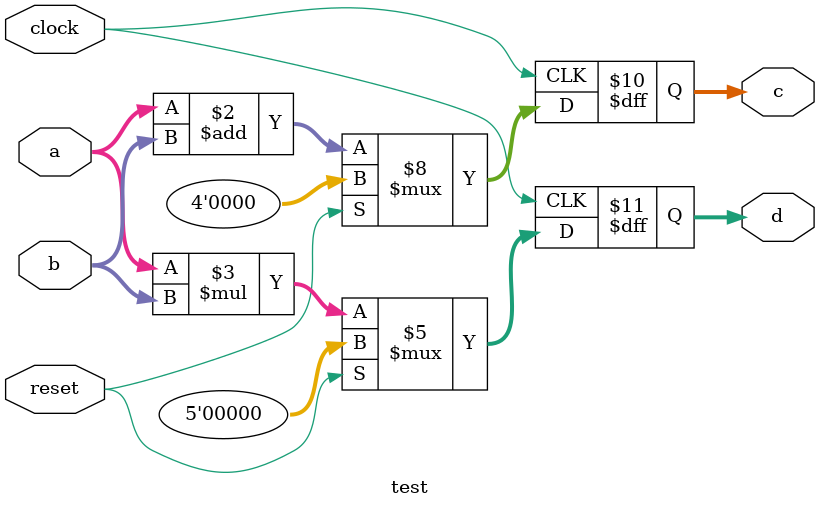
<source format=v>
module test (
  input clock,
  input reset,
  input [1:0] a,
  input [2:0] b,
  output reg [3:0] c,
  output reg [4:0] d
);

  always @(posedge clock) begin
    if (reset) begin
      c <= 0;
      d <= 0;
    end else begin
      c <= a + b;
      d <= a * b;
    end
  end

endmodule


</source>
